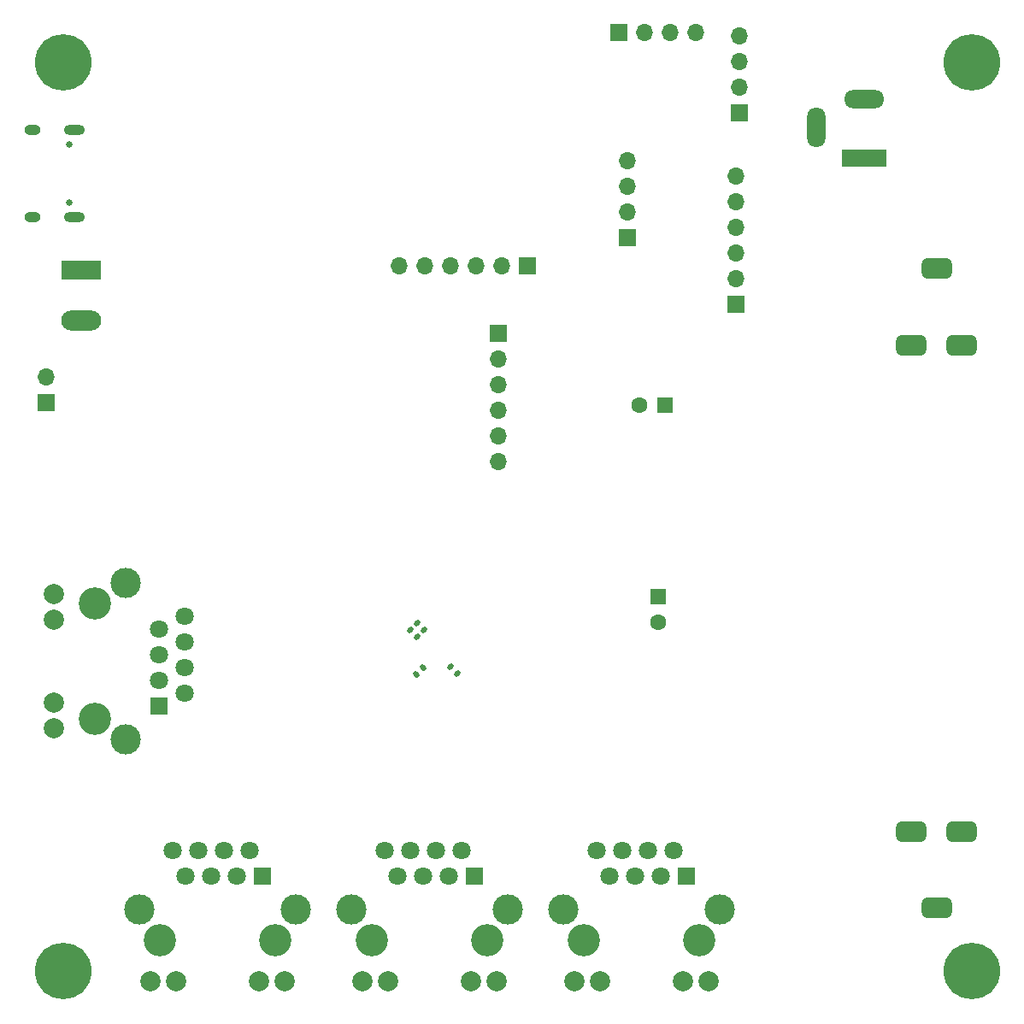
<source format=gbr>
%TF.GenerationSoftware,KiCad,Pcbnew,7.0.1*%
%TF.CreationDate,2023-06-29T20:29:04+03:00*%
%TF.ProjectId,Ethernet_switch_4out,45746865-726e-4657-945f-737769746368,rev?*%
%TF.SameCoordinates,Original*%
%TF.FileFunction,Soldermask,Bot*%
%TF.FilePolarity,Negative*%
%FSLAX46Y46*%
G04 Gerber Fmt 4.6, Leading zero omitted, Abs format (unit mm)*
G04 Created by KiCad (PCBNEW 7.0.1) date 2023-06-29 20:29:04*
%MOMM*%
%LPD*%
G01*
G04 APERTURE LIST*
G04 Aperture macros list*
%AMRoundRect*
0 Rectangle with rounded corners*
0 $1 Rounding radius*
0 $2 $3 $4 $5 $6 $7 $8 $9 X,Y pos of 4 corners*
0 Add a 4 corners polygon primitive as box body*
4,1,4,$2,$3,$4,$5,$6,$7,$8,$9,$2,$3,0*
0 Add four circle primitives for the rounded corners*
1,1,$1+$1,$2,$3*
1,1,$1+$1,$4,$5*
1,1,$1+$1,$6,$7*
1,1,$1+$1,$8,$9*
0 Add four rect primitives between the rounded corners*
20,1,$1+$1,$2,$3,$4,$5,0*
20,1,$1+$1,$4,$5,$6,$7,0*
20,1,$1+$1,$6,$7,$8,$9,0*
20,1,$1+$1,$8,$9,$2,$3,0*%
G04 Aperture macros list end*
%ADD10C,3.600000*%
%ADD11C,5.600000*%
%ADD12RoundRect,0.500000X-1.000000X-0.500000X1.000000X-0.500000X1.000000X0.500000X-1.000000X0.500000X0*%
%ADD13RoundRect,0.500000X1.000000X0.500000X-1.000000X0.500000X-1.000000X-0.500000X1.000000X-0.500000X0*%
%ADD14C,0.650000*%
%ADD15O,2.100000X1.000000*%
%ADD16O,1.600000X1.000000*%
%ADD17R,1.700000X1.700000*%
%ADD18O,1.700000X1.700000*%
%ADD19R,1.600000X1.600000*%
%ADD20C,1.600000*%
%ADD21R,3.960000X1.980000*%
%ADD22O,3.960000X1.980000*%
%ADD23R,4.400000X1.800000*%
%ADD24O,4.000000X1.800000*%
%ADD25O,1.800000X4.000000*%
%ADD26RoundRect,0.140000X0.219203X0.021213X0.021213X0.219203X-0.219203X-0.021213X-0.021213X-0.219203X0*%
%ADD27C,3.200000*%
%ADD28R,1.800000X1.800000*%
%ADD29C,1.800000*%
%ADD30C,2.000000*%
%ADD31C,3.000000*%
%ADD32RoundRect,0.140000X-0.219203X-0.021213X-0.021213X-0.219203X0.219203X0.021213X0.021213X0.219203X0*%
%ADD33RoundRect,0.140000X-0.021213X0.219203X-0.219203X0.021213X0.021213X-0.219203X0.219203X-0.021213X0*%
G04 APERTURE END LIST*
D10*
%TO.C,H2*%
X145000000Y-55000000D03*
D11*
X145000000Y-55000000D03*
%TD*%
D12*
%TO.C,J13*%
X141500000Y-75400000D03*
X144000000Y-83000000D03*
X139000000Y-83000000D03*
D13*
X144000000Y-131133000D03*
X139000000Y-131133000D03*
X141500000Y-138733000D03*
%TD*%
D14*
%TO.C,J4*%
X55600000Y-63110000D03*
X55600000Y-68890000D03*
D15*
X56130000Y-61680000D03*
D16*
X51950000Y-61680000D03*
D15*
X56130000Y-70320000D03*
D16*
X51950000Y-70320000D03*
%TD*%
D17*
%TO.C,J6*%
X110880000Y-72290000D03*
D18*
X110880000Y-69750000D03*
X110880000Y-67210000D03*
X110880000Y-64670000D03*
%TD*%
D19*
%TO.C,C64*%
X114580000Y-88915000D03*
D20*
X112080000Y-88915000D03*
%TD*%
D17*
%TO.C,J1*%
X122000000Y-60000000D03*
D18*
X122000000Y-57460000D03*
X122000000Y-54920000D03*
X122000000Y-52380000D03*
%TD*%
D21*
%TO.C,J12*%
X56790000Y-75515000D03*
D22*
X56790000Y-80515000D03*
%TD*%
D10*
%TO.C,H4*%
X55000000Y-145000000D03*
D11*
X55000000Y-145000000D03*
%TD*%
D17*
%TO.C,J11*%
X53320000Y-88625000D03*
D18*
X53320000Y-86085000D03*
%TD*%
D17*
%TO.C,J5*%
X110000000Y-52000000D03*
D18*
X112540000Y-52000000D03*
X115080000Y-52000000D03*
X117620000Y-52000000D03*
%TD*%
D17*
%TO.C,J3*%
X100940000Y-75140000D03*
D18*
X98400000Y-75140000D03*
X95860000Y-75140000D03*
X93320000Y-75140000D03*
X90780000Y-75140000D03*
X88240000Y-75140000D03*
%TD*%
D17*
%TO.C,J15*%
X121620000Y-78940000D03*
D18*
X121620000Y-76400000D03*
X121620000Y-73860000D03*
X121620000Y-71320000D03*
X121620000Y-68780000D03*
X121620000Y-66240000D03*
%TD*%
D10*
%TO.C,H3*%
X145000000Y-145000000D03*
D11*
X145000000Y-145000000D03*
%TD*%
D17*
%TO.C,J2*%
X98120000Y-81790000D03*
D18*
X98120000Y-84330000D03*
X98120000Y-86870000D03*
X98120000Y-89410000D03*
X98120000Y-91950000D03*
X98120000Y-94490000D03*
%TD*%
D10*
%TO.C,H1*%
X55000000Y-55000000D03*
D11*
X55000000Y-55000000D03*
%TD*%
D23*
%TO.C,J14*%
X134360000Y-64430000D03*
D24*
X134360000Y-58630000D03*
D25*
X129560000Y-61430000D03*
%TD*%
D19*
%TO.C,C69*%
X113890000Y-107910000D03*
D20*
X113890000Y-110410000D03*
%TD*%
D26*
%TO.C,C7*%
X90039411Y-111869411D03*
X89360589Y-111190589D03*
%TD*%
D27*
%TO.C,J9*%
X97000000Y-141890000D03*
X85570000Y-141890000D03*
D28*
X95730000Y-135540000D03*
D29*
X94460000Y-133000000D03*
X93190000Y-135540000D03*
X91920000Y-133000000D03*
X90650000Y-135540000D03*
X89380000Y-133000000D03*
X88110000Y-135540000D03*
X86840000Y-133000000D03*
D30*
X97920000Y-145950000D03*
X95380000Y-145950000D03*
X87200000Y-145950000D03*
X84660000Y-145950000D03*
D31*
X99040000Y-138840000D03*
X83540000Y-138840000D03*
%TD*%
D27*
%TO.C,J8*%
X76000000Y-141890000D03*
X64570000Y-141890000D03*
D28*
X74730000Y-135540000D03*
D29*
X73460000Y-133000000D03*
X72190000Y-135540000D03*
X70920000Y-133000000D03*
X69650000Y-135540000D03*
X68380000Y-133000000D03*
X67110000Y-135540000D03*
X65840000Y-133000000D03*
D30*
X76920000Y-145950000D03*
X74380000Y-145950000D03*
X66200000Y-145950000D03*
X63660000Y-145950000D03*
D31*
X78040000Y-138840000D03*
X62540000Y-138840000D03*
%TD*%
D27*
%TO.C,J7*%
X58110000Y-120000000D03*
X58110000Y-108570000D03*
D28*
X64460000Y-118730000D03*
D29*
X67000000Y-117460000D03*
X64460000Y-116190000D03*
X67000000Y-114920000D03*
X64460000Y-113650000D03*
X67000000Y-112380000D03*
X64460000Y-111110000D03*
X67000000Y-109840000D03*
D30*
X54050000Y-120920000D03*
X54050000Y-118380000D03*
X54050000Y-110200000D03*
X54050000Y-107660000D03*
D31*
X61160000Y-122040000D03*
X61160000Y-106540000D03*
%TD*%
D32*
%TO.C,C9*%
X93371178Y-114821178D03*
X94050000Y-115500000D03*
%TD*%
D27*
%TO.C,J10*%
X118000000Y-141890000D03*
X106570000Y-141890000D03*
D28*
X116730000Y-135540000D03*
D29*
X115460000Y-133000000D03*
X114190000Y-135540000D03*
X112920000Y-133000000D03*
X111650000Y-135540000D03*
X110380000Y-133000000D03*
X109110000Y-135540000D03*
X107840000Y-133000000D03*
D30*
X118920000Y-145950000D03*
X116380000Y-145950000D03*
X108200000Y-145950000D03*
X105660000Y-145950000D03*
D31*
X120040000Y-138840000D03*
X104540000Y-138840000D03*
%TD*%
D33*
%TO.C,C1*%
X90640000Y-114870000D03*
X89961178Y-115548822D03*
%TD*%
D26*
%TO.C,C2*%
X90739411Y-111189411D03*
X90060589Y-110510589D03*
%TD*%
M02*

</source>
